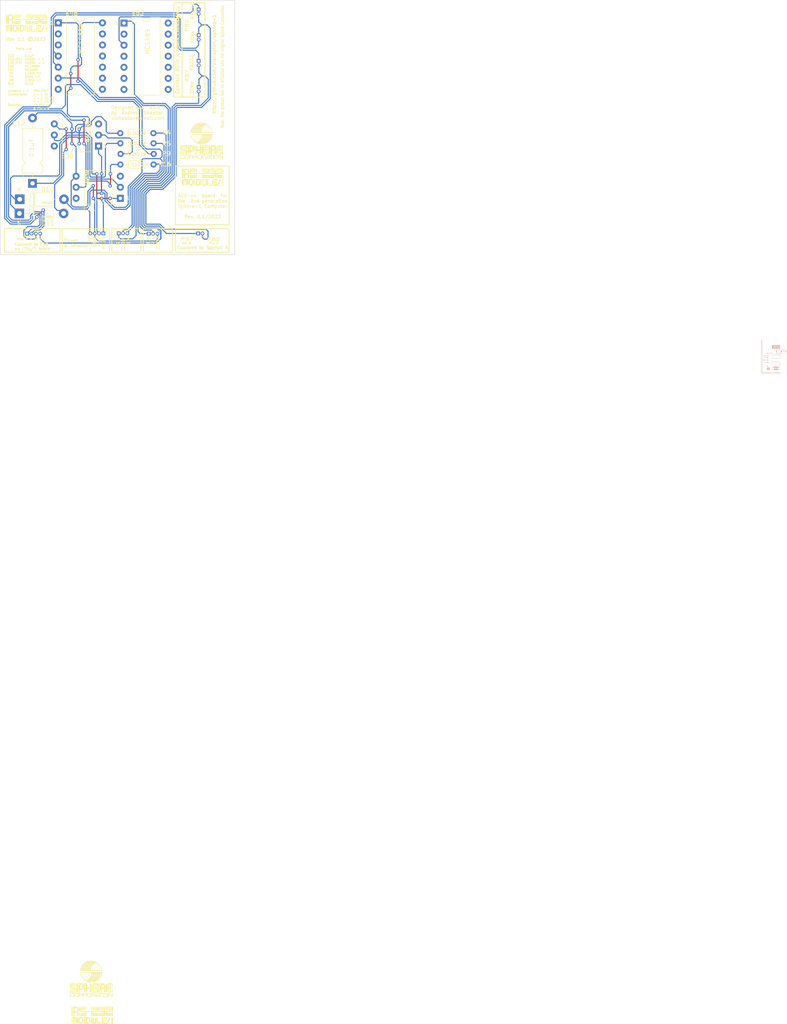
<source format=kicad_pcb>
(kicad_pcb (version 20221018) (generator pcbnew)
  (title_block (title "Project ORB: Sphere-1 RS-232 Module") (date "2023-05-23") (rev "0.1"))
  (layers (0 "F.Cu" signal) (31 "B.Cu" signal) (34 "B.Paste" user) (35 "F.Paste" user) (36 "B.SilkS" user "B.Silkscreen") (37 "F.SilkS" user "F.Silkscreen") (38 "B.Mask" user) (39 "F.Mask" user) (44 "Edge.Cuts" user))
  (net 0 "")
  (net 1 "Net-(D10-K)")
  (net 2 "Net-(D10-A)")
  (net 3 "Net-(D11-A)")
  (net 4 "Net-(E30-A)")
  (net 5 "Net-(E30-C-Pad2)")
  (net 7 "Net-(E31-A)")
  (net 9 "Net-(C12-Pad1)")
  (net 11 "Net-(E31-E)")
  (net 12 "Net-(J5-Pin_1)")
  (net 14 "Net-(J5-Pin_2)")
  (net 15 "Net-(J5-Pin_3)")
  (net 16 "Net-(J5-Pin_4)")
  (net 19 "Net-(E46-2A)")
  (net 20 "Net-(E46-2Y)")
  (net 22 "Net-(E46-3Y)")
  (net 28 "Net-(E52-1A)")
  (net 30 "Net-(E52-1Y)")
  (net 35 "Net-(E52-3Y)")
  (net 42 "Net-(J1-Pin_1)")
  (net 43 "Net-(J1-Pin_3)")
  (net 44 "Net-(J4-Pin_1)")
  (net 45 "Net-(J4-Pin_2)")
  (footprint "RS232:rs232-module-1-logo" (layer "F.Cu") (at 96.407207 265.692225)
    (fp_text reference "G***" hide)
    (fp_text value "LOGO" hide)
  )
  (footprint "Resistor_THT:R_Axial_DIN0204_L3.6mm_D1.6mm_P7.62mm_Horizontal" (layer "F.Cu") (at 102.87 63.21)
    (fp_text reference "R4")
    (fp_text value "1.1 kOhm  1W")
  )
  (footprint "Package_DIP:DIP-6_W10.16mm" (layer "F.Cu") (at 102.882793 78.157775 180)
    (fp_text reference "E31")
    (fp_text value "4N33N")
  )
  (footprint "Connector_PinHeader_1.00mm:PinHeader_1x03_P1.00mm_Vertical" (layer "F.Cu") (at 102.502793 86.187775 90)
    (fp_text reference "J1" hide)
    (fp_text value "Conn_01x03_Pin" hide)
  )
  (footprint "Resistor_THT:R_Axial_DIN0204_L3.6mm_D1.6mm_P7.62mm_Horizontal" (layer "F.Cu") (at 102.9 65.53)
    (fp_text reference "R5")
    (fp_text value "820 Ohm  1W")
  )
  (footprint "Connector_PinHeader_1.00mm:PinHeader_1x02_P1.00mm_Vertical" (layer "F.Cu") (at 120.882793 46.617775)
    (fp_text reference "TSC1" hide)
    (fp_text value "~" hide)
  )
  (footprint "Connector_PinHeader_1.00mm:PinHeader_1x04_P1.00mm_Vertical" (layer "F.Cu") (at 98.992793 86.217775 -90)
    (fp_text reference "J2" hide)
    (fp_text value "Conn_01x04_Pin")
  )
  (footprint "RS232:sphere-corp-board-logo" (layer "F.Cu") (at 96.2 257.32)
    (fp_text reference "G***" hide)
    (fp_text value "LOGO" hide)
  )
  (footprint "Connector_PinHeader_1.00mm:PinHeader_1x02_P1.00mm_Vertical" (layer "F.Cu") (at 120.762793 86.227775 90)
    (fp_text reference "J4" hide)
    (fp_text value "Conn_01x02_Pin" hide)
  )
  (footprint "Connector_PinHeader_1.00mm:PinHeader_1x02_P1.00mm_Vertical" (layer "F.Cu") (at 120.872793 34.807775)
    (fp_text reference "TSC3" hide)
    (fp_text value "~" hide)
  )
  (footprint "RS232:rs232-module-1-logo" (layer "F.Cu") (at 121.77 73.29)
    (fp_text reference "G***" hide)
    (fp_text value "LOGO" hide)
  )
  (footprint "Package_DIP:DIP-14_W10.16mm" (layer "F.Cu") (at 103.722793 37.917775)
    (fp_text reference "E52")
    (fp_text value "MC1489")
  )
  (footprint "Package_DIP:DIP-14_W10.16mm" (layer "F.Cu") (at 88.622793 37.877775)
    (fp_text reference "E46")
    (fp_text value "MC1488N")
  )
  (footprint "Diode_THT:D_DO-41_SOD81_P10.16mm_Horizontal" (layer "F.Cu") (at 79.702793 81.627775)
    (fp_text reference "D11")
    (fp_text value "1N4001")
  )
  (footprint "RS232:rs232-module-1-logo" (layer "F.Cu") (at 81.312793 37.927775)
    (fp_text reference "G***" hide)
    (fp_text value "LOGO" hide)
  )
  (footprint "Connector_PinHeader_1.00mm:PinHeader_1x03_P1.00mm_Vertical" (layer "F.Cu") (at 109.402793 86.267775 90)
    (fp_text reference "J3" hide)
    (fp_text value "Conn_01x03_Pin" hide)
  )
  (footprint "Capacitor_THT:CP_Axial_L10.0mm_D4.5mm_P15.00mm_Horizontal" (layer "F.Cu") (at 82.715293 74.727775 90)
    (fp_text reference "C12")
    (fp_text value "CK-104")
  )
  (footprint "Connector_PinHeader_1.00mm:PinHeader_1x04_P1.00mm_Vertical" (layer "F.Cu") (at 81.482793 86.257775 90)
    (fp_text reference "J5" hide)
    (fp_text value "Conn_01x04_Pin")
  )
  (footprint "Package_DIP:DIP-6_W10.16mm" (layer "F.Cu") (at 97.882793 66.157775 180)
    (fp_text reference "E30")
    (fp_text value "4N33N")
  )
  (footprint "Connector_PinHeader_1.00mm:PinHeader_1x02_P1.00mm_Vertical" (layer "F.Cu") (at 120.882793 52.617775)
    (fp_text reference "TSC4" hide)
    (fp_text value "~" hide)
  )
  (footprint "Connector_PinHeader_1.00mm:PinHeader_1x02_P1.00mm_Vertical" (layer "F.Cu") (at 120.882793 40.707775)
    (fp_text reference "TSC2" hide)
    (fp_text value "~" hide)
  )
  (footprint "RS232:sphere-corp-board-logo" (layer "F.Cu") (at 121.562793 64.917775)
    (fp_text reference "G***" hide)
    (fp_text value "LOGO" hide)
  )
  (footprint "Resistor_THT:R_Axial_DIN0204_L3.6mm_D1.6mm_P7.62mm_Horizontal" (layer "F.Cu") (at 102.902793 70.387775)
    (fp_text reference "R16")
    (fp_text value "512 Ohm  ¼W")
  )
  (footprint "Resistor_THT:R_Axial_DIN0204_L3.6mm_D1.6mm_P7.62mm_Horizontal" (layer "F.Cu") (at 102.942793 67.967775)
    (fp_text reference "R9")
    (fp_text value "2 kOhm  ¼W")
  )
  (footprint "Diode_THT:D_DO-41_SOD81_P10.16mm_Horizontal" (layer "F.Cu") (at 79.772793 78.367775)
    (fp_text reference "D10")
    (fp_text value "1N4001")
  )
  (footprint "RS232:e40-placement" (layer "B.Cu") (at 253.06 114.51 180)
    (fp_text reference "G***" hide)
    (fp_text value "LOGO" hide)
  )
  (gr_rect (start 115.592793 85.137775) (end 127.872793 90.517775) (stroke (width 0.2)) (fill none) (layer "F.SilkS"))
  (gr_rect (start 76.242793 85.117775) (end 89.032793 90.497775) (stroke (width 0.2)) (fill none) (layer "F.SilkS"))
  (gr_rect (start 117.062793 33.277775) (end 122.322793 54.897775) (stroke (width 0.2)) (fill none) (layer "F.SilkS"))
  (gr_rect (start 115.562793 70.727775) (end 127.892793 84.237775) (stroke (width 0.2)) (fill none) (layer "F.SilkS"))
  (gr_rect (start 108.142793 85.127775) (end 114.842793 90.507775) (stroke (width 0.2)) (fill none) (layer "F.SilkS"))
  (gr_rect (start 115.172793 33.267775) (end 122.322793 54.897775) (stroke (width 0.2)) (fill none) (layer "F.SilkS"))
  (gr_rect (start 89.512793 85.137775) (end 100.432793 90.517775) (stroke (width 0.2)) (fill none) (layer "F.SilkS"))
  (gr_rect (start 100.932793 85.117775) (end 107.632793 90.497775) (stroke (width 0.2)) (fill none) (layer "F.SilkS"))
  (gr_rect (start 75.292793 32.677775) (end 129.172793 91.077775) (stroke (width 0.1)) (fill none) (layer "Edge.Cuts"))
  (gr_text "+12V" (at 99.462793 90.137775 90) (layer "F.SilkS") (effects (font (size 0.75 0.75)) (justify left bottom)))
  (gr_text "Pin 2" (at 123.252793 88.787775) (layer "F.SilkS") (effects (font (size 0.5 0.5) (thickness 0.125) bold) (justify left bottom)))
  (gr_text "1.1KΩ 1W" (at 104.83 63.63) (layer "F.SilkS") (effects (font (size 0.75 0.5) (thickness 0.125)) (justify left bottom)))
  (gr_text "COM" (at 103.972793 90.287775 90) (layer "F.SilkS") (effects (font (size 0.75 1)) (justify left bottom)))
  (gr_text "IN4001" (at 84.75 82.73) (layer "F.SilkS") (effects (font (size 0.5 0.5) (thickness 0.125)) (justify left bottom)))
  (gr_text "1" (at 87.182793 37.847775) (layer "F.SilkS") (effects (font (size 0.75 1))))
  (gr_text "Pins:\n" (at 79.082793 87.837775) (layer "F.SilkS") (effects (font (size 0.5 0.5) (thickness 0.125) bold) (justify left bottom)))
  (gr_text "RX" (at 102.892793 89.117775 90) (layer "F.SilkS") (effects (font (size 0.75 1)) (justify left bottom)))
  (gr_text "Rev 0.1 ©2023" (at 76.572793 42.067775) (layer "F.SilkS") (effects (font (size 0.75 0.75)) (justify left bottom)))
  (gr_text "12" (at 82.962793 87.837775) (layer "F.SilkS") (effects (font (size 0.5 0.5) (thickness 0.125) bold) (justify left bottom)))
  (gr_text "820Ω 1W" (at 105.01 66) (layer "F.SilkS") (effects (font (size 0.75 0.5) (thickness 0.125)) (justify left bottom)))
  (gr_text "Connect BOTH jumpers consistently" (at 116.442793 54.327775 90) (layer "F.SilkS") (effects (font (size 0.75 0.75) (thickness 0.1875) bold) (justify left bottom)))
  (gr_text "13" (at 84.242793 87.827775) (layer "F.SilkS") (effects (font (size 0.5 0.5) (thickness 0.125) bold) (justify left bottom)))
  (gr_text "4N33N" (at 95.95 65.42 90) (layer "F.SilkS") (effects (font (size 1 1)) (justify left bottom)))
  (gr_text "1" (at 99.422793 66.147775) (layer "F.SilkS") (effects (font (size 0.75 1))))
  (gr_text "MC1488N" (at 94.432793 45.067775 90) (layer "F.SilkS") (effects (font (size 1 1)) (justify left bottom)))
  (gr_text "Note: This product has no afiliation with the original Sphere Corporation" (at 126.74 62.05 90) (layer "F.SilkS") (effects (font (size 0.75 0.5) (thickness 0.125) bold) (justify left bottom)))
  (gr_text "0.1µF" (at 83.112793 68.777775 90) (layer "F.SilkS") (effects (font (size 1 1)) (justify left bottom)))
  (gr_text "PB0" (at 118.192793 38.487775 90) (layer "F.SilkS") (effects (font (size 0.75 1))))
  (gr_text "-12V" (at 96.312793 90.177775 90) (layer "F.SilkS") (effects (font (size 0.75 0.75)) (justify left bottom)))
  (gr_text "TX" (at 109.762793 88.877775 90) (layer "F.SilkS") (effects (font (size 0.75 1)) (justify left bottom)))
  (gr_text "Pin 9" (at 116.972793 88.787775) (layer "F.SilkS") (effects (font (size 0.5 0.5) (thickness 0.125) bold) (justify left bottom)))
  (gr_text "Add-on  board  for\nthe  2nd generation\nSphere-1 Computer\n\nRev. 0.1/2023\n" (at 121.792793 79.962775) (layer "F.SilkS") (effects (font (size 0.75 0.75))))
  (gr_text "1" (at 104.602793 78.107775) (layer "F.SilkS") (effects (font (size 0.75 1))))
  (gr_text "IN4001" (at 84.82 79.47) (layer "F.SilkS") (effects (font (size 0.5 0.5) (thickness 0.125)) (justify left bottom)))
  (gr_text "MC1489" (at 109.712793 45.277775 90) (layer "F.SilkS") (effects (font (size 1 1)) (justify left bottom)))
  (gr_text "512Ω" (at 105.302793 70.847775) (layer "F.SilkS") (effects (font (size 0.75 0.75)) (justify left bottom)))
  (gr_text "Designed and  built \nby  Andrew  Shapton\nalshapton@gmail.com" (at 100.7 60.17) (layer "F.SilkS") (effects (font (size 0.75 0.75) (thickness 0.15) bold) (justify left bottom)))
  (gr_text "+5V" (at 98.432793 89.487775 90) (layer "F.SilkS") (effects (font (size 0.75 0.75)) (justify left bottom)))
  (gr_text "20Ma" (at 119.462793 41.177775 90) (layer "F.SilkS") (effects (font (size 0.75 0.75))))
  (gr_text "1" (at 102.112793 37.897775) (layer "F.SilkS") (effects (font (size 0.75 1))))
  (gr_text "PB7" (at 118.252793 50.037775 90) (layer "F.SilkS") (effects (font (size 0.75 1))))
  (gr_text "GND" (at 97.412793 89.427775 90) (layer "F.SilkS") (effects (font (size 0.75 0.75)) (justify left bottom)))
  (gr_text "PB0" (at 124.312793 87.587775) (layer "F.SilkS") (effects (font (size 0.75 1))))
  (gr_text "	Parts List\n\nC12		0.1µF\nD10/D11	IN4001 x 2\nE30/E31	4N33N  x 2\nE46		MC1488N\nE52		MC1489\n R4		1.1KΩ 1W\n R5		820Ω 1W\n R9		2.2KΩ 1W \nR16		512Ω\n\nJumpers x 2   PB0/PB7\nConnectors:	2 x 1 J4\n			3 x 2 J1/J3\n			4 x 2 J2/J5\nSockets:	14 Pin x 2\n			6 Pin x 2" (at 76.952793 57.787775) (layer "F.SilkS") (effects (font (size 0.5 0.5) (thickness 0.125) bold) (justify left bottom)))
  (gr_text "Power\n& Ground" (at 89.852793 89.447775) (layer "F.SilkS") (effects (font (size 0.75 0.75)) (justify left bottom)))
  (gr_text "6" (at 82.032793 87.827775) (layer "F.SilkS") (effects (font (size 0.5 0.5) (thickness 0.125) bold) (justify left bottom)))
  (gr_text "5\n" (at 81.032793 87.837775) (layer "F.SilkS") (effects (font (size 0.5 0.5) (thickness 0.125) bold) (justify left bottom)))
  (gr_text "2.2KΩ 1W " (at 104.902793 68.447775) (layer "F.SilkS") (effects (font (size 0.75 0.5) (thickness 0.125)) (justify left bottom)))
  (gr_text "http://github.com/alshapton/sphere-1" (at 124.87 58.83 90) (layer "F.SilkS") (effects (font (size 0.75 0.75) (thickness 0.1875) bold) (justify left bottom)))
  (gr_text "COM" (at 112.012793 90.207775 90) (layer "F.SilkS") (effects (font (size 0.75 1)) (justify left bottom)))
  (gr_text "TX" (at 105.202793 88.867775 90) (layer "F.SilkS") (effects (font (size 0.75 1)) (justify left bottom)))
  (gr_text "PB7" (at 118.202793 87.517775) (layer "F.SilkS") (effects (font (size 0.75 1))))
  (gr_text "Connect to Socket 5" (at 115.782793 89.957775) (layer "F.SilkS") (effects (font (size 0.75 0.75) (thickness 0.1875) bold) (justify left bottom)))
  (gr_text "RS232" (at 119.242793 47.067775 90) (layer "F.SilkS") (effects (font (size 0.75 0.75))))
  (gr_text "4N33N" (at 95.78 75.52 90) (layer "F.SilkS") (effects (font (size 0.75 0.75)) (justify left bottom)))
  (gr_text "Connect to E40 \non CPU/2 board\n" (at 78.512793 89.217775) (layer "F.SilkS") (effects (font (size 0.65 0.65) (thickness 0.1625) bold) (justify left)))
  (gr_text "RX" (at 110.882793 89.037775 90) (layer "F.SilkS") (effects (font (size 0.75 1)) (justify left bottom)))
  (gr_text "RS232" (at 119.472793 35.257775 90) (layer "F.SilkS") (effects (font (size 0.75 0.75))))
  (gr_text "20Ma" (at 119.352793 52.787775 90) (layer "F.SilkS") (effects (font (size 0.75 0.75))))
  (segment (start 102.88 65.55) (end 102.9 65.53) (width 0.25) (layer "B.Cu") (net 1))
  (segment (start 77.662793 79.587775) (end 77.662793 75.057775) (width 0.25) (layer "B.Cu") (net 1))
  (segment (start 88.964595 65.539577) (end 90.861397 63.642775) (width 0.25) (layer "B.Cu") (net 1))
  (segment (start 77.732793 79.657775) (end 79.702793 81.627775) (width 0.25) (layer "B.Cu") (net 1))
  (segment (start 88.964595 72.559577) (end 88.964595 65.539577) (width 0.25) (layer "B.Cu") (net 1))
  (segment (start 78.457793 78.112775) (end 77.662793 77.317775) (width 0.25) (layer "B.Cu") (net 1))
  (segment (start 99.87 65.55) (end 102.88 65.55) (width 0.25) (layer "B.Cu") (net 1))
  (segment (start 77.732793 79.657775) (end 77.662793 79.587775) (width 0.25) (layer "B.Cu") (net 1))
  (segment (start 78.712793 78.367775) (end 78.457793 78.112775) (width 0.25) (layer "B.Cu") (net 1))
  (segment (start 79.772793 78.367775) (end 78.712793 78.367775) (width 0.25) (layer "B.Cu") (net 1))
  (segment (start 95.892793 73.017775) (end 96.167793 73.292775) (width 0.25) (layer "B.Cu") (net 1))
  (segment (start 99.207793 73.292775) (end 99.452793 73.047775) (width 0.25) (layer "B.Cu") (net 1))
  (segment (start 99.452793 73.047775) (end 99.452793 65.967207) (width 0.25) (layer "B.Cu") (net 1))
  (segment (start 99.452793 65.967207) (end 99.87 65.55) (width 0.25) (layer "B.Cu") (net 1))
  (segment (start 95.892793 64.491379) (end 95.892793 73.017775) (width 0.25) (layer "B.Cu") (net 1))
  (segment (start 77.662793 77.317775) (end 77.662793 73.607775) (width 0.25) (layer "B.Cu") (net 1))
  (segment (start 88.484172 73.04) (end 88.964595 72.559577) (width 0.25) (layer "B.Cu") (net 1))
  (segment (start 96.167793 73.292775) (end 99.207793 73.292775) (width 0.25) (layer "B.Cu") (net 1))
  (segment (start 90.861397 63.642775) (end 95.044189 63.642775) (width 0.25) (layer "B.Cu") (net 1))
  (segment (start 77.662793 73.607775) (end 78.230568 73.04) (width 0.25) (layer "B.Cu") (net 1))
  (segment (start 78.457793 78.112775) (end 77.732793 77.387775) (width 0.25) (layer "B.Cu") (net 1))
  (segment (start 78.230568 73.04) (end 88.484172 73.04) (width 0.25) (layer "B.Cu") (net 1))
  (segment (start 95.044189 63.642775) (end 95.892793 64.491379) (width 0.25) (layer "B.Cu") (net 1))
  (segment (start 93.172793 46.357775) (end 93.172793 51.257775) (width 0.25) (layer "F.Cu") (net 2))
  (via (at 93.172793 46.357775) (size 0.8) (drill 0.4) (layers "F.Cu" "B.Cu") (net 2))
  (via (at 93.172793 51.257775) (size 0.8) (drill 0.4) (layers "F.Cu" "B.Cu") (net 2))
  (segment (start 107.880001 65.834983) (end 107.880001 57.287775) (width 0.25) (layer "B.Cu") (net 2))
  (segment (start 95.252793 80.617775) (end 91.946397 80.617775) (width 0.25) (layer "B.Cu") (net 2))
  (segment (start 95.872793 86.097775) (end 95.992793 86.217775) (width 0.25) (layer "B.Cu") (net 2))
  (segment (start 104.041397 80.232775) (end 101.504189 80.232775) (width 0.25) (layer "B.Cu") (net 2))
  (segment (start 103.862793 85.307775) (end 103.502793 85.667775) (width 0.25) (layer "B.Cu") (net 2))
  (segment (start 99.164189 76.272775) (end 96.313621 76.272775) (width 0.25) (layer "B.Cu") (net 2))
  (segment (start 108.495585 72.887775) (end 105.602793 75.780567) (width 0.25) (layer "B.Cu") (net 2))
  (segment (start 97.889595 55.460973) (end 93.686397 51.257775) (width 0.25) (layer "B.Cu") (net 2))
  (segment (start 108.132793 69.047775) (end 107.852793 69.327775) (width 0.25) (layer "B.Cu") (net 2))
  (segment (start 112.472793 68.587775) (end 112.012793 69.047775) (width 0.25) (layer "B.Cu") (net 2))
  (segment (start 111.922793 66.867775) (end 108.912793 66.867775) (width 0.25) (layer "B.Cu") (net 2))
  (segment (start 104.702793 75.407775) (end 104.702793 79.571379) (width 0.25) (layer "B.Cu") (net 2))
  (segment (start 89.932793 78.604171) (end 89.932793 78.367775) (width 0.25) (layer "B.Cu") (net 2))
  (segment (start 92.762793 37.867775) (end 93.232793 38.337775) (width 0.25) (layer "B.Cu") (net 2))
  (segment (start 104.546397 85.307775) (end 103.862793 85.307775) (width 0.25) (layer "B.Cu") (net 2))
  (segment (start 99.812793 78.541379) (end 99.812793 76.921379) (width 0.25) (layer "B.Cu") (net 2))
  (segment (start 105.602793 75.780567) (end 105.602793 84.251379) (width 0.25) (layer "B.Cu") (net 2))
  (segment (start 95.252793 80.617775) (end 95.872793 81.237775) (width 0.25) (layer "B.Cu") (net 2))
  (segment (start 93.232793 45.242775) (end 93.232793 46.232775) (width 0.25) (layer "B.Cu") (net 2))
  (segment (start 91.946397 80.617775) (end 89.932793 78.604171) (width 0.25) (layer "B.Cu") (net 2))
  (segment (start 93.232793 38.337775) (end 93.232793 45.257775) (width 0.25) (layer "B.Cu") (net 2))
  (segment (start 99.812793 76.921379) (end 99.164189 76.272775) (width 0.25) (layer "B.Cu") (net 2))
  (segment (start 111.402793 72.887775) (end 108.495585 72.887775) (width 0.25) (layer "B.Cu") (net 2))
  (segment (start 112.472793 67.417775) (end 111.922793 66.867775) (width 0.25) (layer "B.Cu") (net 2))
  (segment (start 88.632793 37.867775) (end 92.762793 37.867775) (width 0.25) (layer "B.Cu") (net 2))
  (segment (start 112.012793 69.047775) (end 108.132793 69.047775) (width 0.25) (layer "B.Cu") (net 2))
  (segment (start 95.872793 81.237775) (end 95.872793 86.097775) (width 0.25) (layer "B.Cu") (net 2))
  (segment (start 101.504189 80.232775) (end 100.605991 79.334577) (width 0.25) (layer "B.Cu") (net 2))
  (segment (start 95.892793 76.693603) (end 95.892793 79.977775) (width 0.25) (layer "B.Cu") (net 2))
  (segment (start 93.686397 51.257775) (end 93.172793 51.257775) (width 0.25) (layer "B.Cu") (net 2))
  (segment (start 112.472793 69.507775) (end 112.472793 71.817775) (width 0.25) (layer "B.Cu") (net 2))
  (segment (start 112.472793 71.817775) (end 111.402793 72.887775) (width 0.25) (layer "B.Cu") (net 2))
  (segment (start 107.852793 72.257775) (end 104.702793 75.407775) (width 0.25) (layer "B.Cu") (net 2))
  (segment (start 100.605991 79.334577) (end 99.812793 78.541379) (width 0.25) (layer "B.Cu") (net 2))
  (segment (start 112.472793 68.587775) (end 112.472793 67.417775) (width 0.25) (layer "B.Cu") (net 2))
  (segment (start 112.012793 69.047775) (end 112.472793 69.507775) (width 0.25) (layer "B.Cu") (net 2))
  (segment (start 108.912793 66.867775) (end 107.880001 65.834983) (width 0.25) (layer "B.Cu") (net 2))
  (segment (start 103.502793 85.667775) (end 103.502793 86.187775) (width 0.25) (layer "B.Cu") (net 2))
  (segment (start 104.702793 79.571379) (end 104.041397 80.232775) (width 0.25) (layer "B.Cu") (net 2))
  (segment (start 96.313621 76.272775) (end 95.892793 76.693603) (width 0.25) (layer "B.Cu") (net 2))
  (segment (start 106.053199 55.460973) (end 97.889595 55.460973) (width 0.25) (layer "B.Cu") (net 2))
  (segment (start 105.602793 84.251379) (end 104.546397 85.307775) (width 0.25) (layer "B.Cu") (net 2))
  (segment (start 107.880001 57.287775) (end 106.053199 55.460973) (width 0.25) (layer "B.Cu") (net 2))
  (segment (start 100.605991 79.334577) (end 101.459189 80.187775) (width 0.25) (layer "B.Cu") (net 2))
  (segment (start 95.892793 79.977775) (end 95.252793 80.617775) (width 0.25) (layer "B.Cu") (net 2))
  (segment (start 107.852793 69.327775) (end 107.852793 72.257775) (width 0.25) (layer "B.Cu") (net 2))
  (segment (start 90.452793 62.257775) (end 90.452793 66.877775) (width 0.25) (layer "F.Cu") (net 3))
  (segment (start 90.452793 66.877775) (end 90.472793 66.897775) (width 0.25) (layer "F.Cu") (net 3))
  (via (at 90.452793 62.257775) (size 0.8) (drill 0.4) (layers "F.Cu" "B.Cu") (net 3))
  (via (at 90.472793 66.897775) (size 0.8) (drill 0.4) (layers "F.Cu" "B.Cu") (net 3))
  (segment (start 89.864595 72.932369) (end 88.123482 74.673482) (width 0.25) (layer "B.Cu") (net 3))
  (segment (start 88.912793 62.267775) (end 90.442793 62.267775) (width 0.25) (layer "B.Cu") (net 3))
  (segment (start 87.802793 74.994171) (end 88.123482 74.673482) (width 0.25) (layer "B.Cu") (net 3))
  (segment (start 90.472793 66.897775) (end 89.864595 67.505973) (width 0.25) (layer "B.Cu") (net 3))
  (segment (start 89.864595 67.505973) (end 89.864595 72.932369) (width 0.25) (layer "B.Cu") (net 3))
  (segment (start 89.192793 80.957775) (end 88.442793 80.957775) (width 0.25) (layer "B.Cu") (net 3))
  (segment (start 89.862793 81.627775) (end 89.192793 80.957775) (width 0.25) (layer "B.Cu") (net 3))
  (segment (start 88.912793 62.267775) (end 87.722793 61.077775) (width 0.25) (layer "B.Cu") (net 3))
  (segment (start 90.442793 62.267775) (end 90.452793 62.257775) (width 0.25) (layer "B.Cu") (net 3))
  (segment (start 87.802793 80.317775) (end 87.802793 74.994171) (width 0.25) (layer "B.Cu") (net 3))
  (segment (start 88.442793 80.957775) (end 87.802793 80.317775) (width 0.25) (layer "B.Cu") (net 3))
  (segment (start 98.552793 76.877775) (end 98.632793 76.957775) (width 0.25) (layer "F.Cu") (net 4))
  (segment (start 98.582793 72.537775) (end 98.552793 72.567775) (width 0.25) (layer "F.Cu") (net 4))
  (segment (start 98.552793 72.567775) (end 98.552793 76.877775) (width 0.25) (layer "F.Cu") (net 4))
  (via (at 98.582793 72.537775) (size 0.8) (drill 0.4) (layers "F.Cu" "B.Cu") (net 4))
  (via (at 98.592793 76.997775) (size 0.8) (drill 0.4) (layers "F.Cu" "B.Cu") (net 4))
  (segment (start 101.317793 80.682775) (end 99.362793 78.727775) (width 0.25) (layer "B.Cu") (net 4))
  (segment (start 111.216397 72.437775) (end 108.309189 72.437775) (width 0.25) (layer "B.Cu") (net 4))
  (segment (start 110.612793 70.297775) (end 111.792793 70.297775) (width 0.25) (layer "B.Cu") (net 4))
  (segment (start 97.882793 67.877775) (end 97.882793 66.157775) (width 0.25) (layer "B.Cu") (net 4))
  (segment (start 99.362793 77.107775) (end 99.212793 76.957775) (width 0.25) (layer "B.Cu") (net 4))
  (segment (start 97.992793 86.157114) (end 97.992793 86.217775) (width 0.25) (layer "B.Cu") (net 4))
  (segment (start 105.152793 79.757775) (end 104.227793 80.682775) (width 0.25) (layer "B.Cu") (net 4))
  (segment (start 105.152793 75.594171) (end 105.152793 79.757775) (width 0.25) (layer "B.Cu") (net 4))
  (segment (start 99.362793 78.727775) (end 99.362793 77.107775) (width 0.25) (layer "B.Cu") (net 4))
  (segment (start 112.022793 70.527775) (end 112.022793 71.631379) (width 0.25) (layer "B.Cu") (net 4))
  (segment (start 110.882793 70.297775) (end 110.512793 70.667775) (width 0.25) (layer "B.Cu") (net 4))
  (segment (start 112.022793 71.631379) (end 111.216397 72.437775) (width 0.25) (layer "B.Cu") (net 4))
  (segment (start 108.309189 72.437775) (end 105.152793 75.594171) (width 0.25) (layer "B.Cu") (net 4))
  (segment (start 111.792793 70.297775) (end 112.022793 70.527775) (width 0.25) (layer "B.Cu") (net 4))
  (segment (start 98.582793 68.577775) (end 97.882793 67.877775) (width 0.25) (layer "B.Cu") (net 4))
  (segment (start 98.582793 72.537775) (end 98.582793 68.577775) (width 0.25) (layer "B.Cu") (net 4))
  (segment (start 99.212793 76.957775) (end 97.702225 76.957775) (width 0.25) (layer "B.Cu") (net 4))
  (segment (start 97.49 77.17) (end 97.49 85.654321) (width 0.25) (layer "B.Cu") (net 4))
  (segment (start 97.702225 76.957775) (end 97.49 77.17) (width 0.25) (layer "B.Cu") (net 4))
  (segment (start 97.49 85.654321) (end 97.992793 86.157114) (width 0.25) (layer "B.Cu") (net 4))
  (segment (start 104.227793 80.682775) (end 101.317793 80.682775) (width 0.25) (layer "B.Cu") (net 4))
  (segment (start 110.522793 70.387775) (end 110.612793 70.297775) (width 0.25) (layer "B.Cu") (net 4))
  (segment (start 97.882793 63.617775) (end 97.912793 63.587775) (width 0.25) (layer "B.Cu") (net 5))
  (segment (start 100.03 64.3) (end 99.35 63.62) (width 0.25) (layer "B.Cu") (net 5))
  (segment (start 102.972793 67.937775) (end 105.172793 67.937775) (width 0.25) (layer "B.Cu") (net 5))
  (segment (start 102.942793 67.967775) (end 102.972793 67.937775) (width 0.25) (layer "B.Cu") (net 5))
  (segment (start 105.632793 67.477775) (end 105.632793 64.892793) (width 0.25) (layer "B.Cu") (net 5))
  (segment (start 105.632793 64.892793) (end 105.04 64.3) (width 0.25) (layer "B.Cu") (net 5))
  (segment (start 99.35 63.62) (end 97.885018 63.62) (width 0.25) (layer "B.Cu") (net 5))
  (segment (start 105.172793 67.937775) (end 105.632793 67.477775) (width 0.25) (layer "B.Cu") (net 5))
  (segment (start 105.04 64.3) (end 100.03 64.3) (width 0.25) (layer "B.Cu") (net 5))
  (segment (start 97.885018 63.62) (end 97.882793 63.617775) (width 0.25) (layer "B.Cu") (net 5))
  (segment (start 91.502793 52.867775) (end 91.502793 49.517775) (width 0.25) (layer "F.Cu") (net 7))
  (segment (start 97.692793 78.187775) (end 98.602793 78.187775) (width 0.25) (layer "F.Cu") (net 7))
  (segment (start 98.612793 78.177775) (end 98.602793 78.187775) (width 0.25) (layer "F.Cu") (net 7))
  (segment (start 100.537293 78.177775) (end 98.612793 78.177775) (width 0.25) (layer "F.Cu") (net 7))
  (segment (start 97.472793 77.967775) (end 97.692793 78.187775) (width 0.25) (layer "F.Cu") (net 7))
  (segment (start 97.472793 72.567775) (end 97.472793 77.967775) (width 0.25) (layer "F.Cu") (net 7))
  (via (at 98.602793 78.187775) (size 0.8) (drill 0.4) (layers "F.Cu" "B.Cu") (net 7))
  (via (at 100.537293 78.177775) (size 0.8) (drill 0.4) (layers "F.Cu" "B.Cu") (net 7))
  (via (at 91.502793 52.867775) (size 0.8) (drill 0.4) (layers "F.Cu" "B.Cu") (net 7))
  (via (at 97.472793 72.567775) (size 0.8) (drill 0.4) (layers "F.Cu" "B.Cu") (net 7))
  (via (at 91.502793 49.517775) (size 0.8) (drill 0.4) (layers "F.Cu" "B.Cu") (net 7))
  (segment (start 95.622793 61.187775) (end 95.762793 61.047775) (width 0.25) (layer "B.Cu") (net 7))
  (segment (start 98.992793 86.217775) (end 98.992793 79.207775) (width 0.25) (layer "B.Cu") (net 7))
  (segment (start 91.492793 49.507775) (end 91.502793 49.517775) (width 0.25) (layer "B.Cu") (net 7))
  (segment (start 93.682793 38.547775) (end 93.682793 45.657775) (width 0.25) (layer "B.Cu") (net 7))
  (segment (start 88.950001 64.917775) (end 90.780001 63.087775) (width 0.25) (layer "B.Cu") (net 7))
  (segment (start 98.992793 79.207775) (end 98.602793 78.817775) (width 0.25) (layer "B.Cu") (net 7))
  (segment (start 87.722793 64.677775) (end 87.722793 63.617775) (width 0.25) (layer "B.Cu") (net 7))
  (segment (start 93.147488 61.187775) (end 95.622793 61.187775) (width 0.25) (layer "B.Cu") (net 7))
  (segment (start 92.252793 63.087775) (end 92.602793 62.737775) (width 0.25) (layer "B.Cu") (net 7))
  (segment (start 100.537293 78.177775) (end 102.862793 78.177775) (width 0.25) (layer "B.Cu") (net 7))
  (segment (start 95.762793 61.047775) (end 95.762793 59.807775) (width 0.25) (layer "B.Cu") (net 7))
  (segment (start 96.512793 72.567775) (end 96.342793 72.397775) (width 0.25) (layer "B.Cu") (net 7))
  (segment (start 92.952793 63.087775) (end 92.602793 62.737775) (width 0.25) (layer "B.Cu") (net 7))
  (segment (start 93.972793 47.367775) (end 93.572793 47.767775) (width 0.25) (layer "B.Cu") (net 7))
  (segment (start 92.602793 61.73247) (end 93.147488 61.187775) (width 0.25) (layer "B.Cu") (net 7))
  (segment (start 92.152793 63.087775) (end 91.932793 63.087775) (width 0.25) (layer "B.Cu") (net 7))
  (segment (start 93.682793 45.657775) (end 93.972793 45.947775) (width 0.25) (layer "B.Cu") (net 7))
  (segment (start 87.962793 64.917775) (end 87.722793 64.677775) (width 0.25) (layer "B.Cu") (net 7))
  (segment (start 90.722793 58.721379) (end 90.722793 53.647775) (width 0.25) (layer "B.Cu") (net 7))
  (segment (start 96.342793 64.304983) (end 95.125585 63.087775) (width 0.25) (layer "B.Cu") (net 7))
  (segment (start 95.762793 59.807775) (end 95.352793 59.397775) (width 0.25) (layer "B.Cu") (net 7))
  (segment (start 91.399189 59.397775) (end 90.722793 58.721379) (width 0.25) (layer "B.Cu") (net 7))
  (segment (start 92.152793 63.087775) (end 92.252793 63.087775) (width 0.25) (layer "B.Cu") (net 7))
  (segment (start 95.352793 59.397775) (end 91.399189 59.397775) (width 0.25) (layer "B.Cu") (net 7))
  (segment (start 93.572793 47.767775) (end 92.072793 47.767775) (width 0.25) (layer "B.Cu") (net 7))
  (segment (start 94.422793 37.807775) (end 93.682793 38.547775) (width 0.25) (layer "B.Cu") (net 7))
  (segment (start 88.950001 64.917775) (end 87.962793 64.917775) (width 0.25) (layer "B.Cu") (net 7))
  (segment (start 95.125585 63.087775) (end 92.952793 63.087775) (width 0.25) (layer "B.Cu") (net 7))
  (segment (start 98.602793 78.817775) (end 98.602793 78.187775) (width 0.25) (layer "B.Cu") (net 7))
  (segment (start 90.780001 63.087775) (end 90.862793 63.087775) (width 0.25) (layer "B.Cu") (net 7))
  (segment (start 97.472793 72.567775) (end 96.512793 72.567775) (width 0.25) (layer "B.Cu") (net 7))
  (segment (start 96.342793 72.397775) (end 96.342793 64.304983) (width 0.25) (layer "B.Cu") (net 7))
  (segment (start 91.932793 63.087775) (end 90.862793 63.087775) (width 0.25) (layer "B.Cu") (net 7))
  (segment (start 90.722793 53.647775) (end 91.502793 52.867775) (width 0.25) (layer "B.Cu") (net 7))
  (segment (start 92.602793 62.737775) (end 92.602793 61.73247) (width 0.25) (layer "B.Cu") (net 7))
  (segment (start 91.492793 48.347775) (end 91.492793 49.507775) (width 0.25) (layer "B.Cu") (net 7))
  (segment (start 92.072793 47.767775) (end 91.492793 48.347775) (width 0.25) (layer "B.Cu") (net 7))
  (segment (start 102.862793 78.177775) (end 102.882793 78.157775) (width 0.25) (layer "B.Cu") (net 7))
  (segment (start 98.792793 37.807775) (end 94.422793 37.807775) (width 0.25) (layer "B.Cu") (net 7))
  (segment (start 93.972793 45.947775) (end 93.972793 47.367775) (width 0.25) (layer "B.Cu") (net 7))
  (segment (start 93.442793 65.597207) (end 93.44 65.6) (width 0.25) (layer "F.Cu") (net 9))
  (segment (start 93.442793 62.307775) (end 93.442793 65.597207) (width 0.25) (layer "F.Cu") (net 9))
  (via (at 93.44 65.6) (size 0.8) (drill 0.4) (layers "F.Cu" "B.Cu") (net 9))
  (via (at 93.472793 62.297775) (size 0.8) (drill 0.4) (layers "F.Cu" "B.Cu") (net 9))
  (segment (start 100.08 63.23) (end 102.85 63.23) (width 0.25) (layer "B.Cu") (net 9))
  (segment (start 94.112793 61.637775) (end 95.809189 61.637775) (width 0.25) (layer "B.Cu") (net 9))
  (segment (start 93.002775 64.092775) (end 93.45 64.54) (width 0.25) (layer "B.Cu") (net 9))
  (segment (start 91.047793 64.092775) (end 89.414595 65.725973) (width 0.25) (layer "B.Cu") (net 9))
  (segment (start 93.897225 64.092775) (end 93.45 64.54) (width 0.25) (layer "B.Cu") (net 9))
  (segment (start 93.45 65.59) (end 93.44 65.6) (width 0.25) (layer "B.Cu") (net 9))
  (segment (start 94.857793 64.092775) (end 93.897225 64.092775) (width 0.25) (layer "B.Cu") (net 9))
  (segment (start 96.212793 61.234171) (end 96.212793 60.564171) (width 0.25) (layer "B.Cu") (net 9))
  (segment (start 89.414595 65.725973) (end 89.414595 72.745973) (width 0.25) (layer "B.Cu") (net 9))
  (segment (start 95.442793 64.677775) (end 94.857793 64.092775) (width 0.25) (layer "B.Cu") (net 9))
  (segment (start 102.85 63.23) (end 102.87 63.21) (width 0.25) (layer "B.Cu") (net 9))
  (segment (start 87.452793 74.707775) (end 82.735293 74.707775) (width 0.25) (layer "B.Cu") (net 9))
  (segment (start 97.382793 59.394171) (end 98.444171 59.394171) (width 0.25) (layer "B.Cu") (net 9))
  (segment (start 98.444171 59.394171) (end 99.65 60.6) (width 0.25) (layer "B.Cu") (net 9))
  (segment (start 95.809189 61.637775) (end 96.212793 61.234171) (width 0.25) (layer "B.Cu") (net 9))
  (segment (start 101.007793 73.742775) (end 95.707793 73.742775) (width 0.25) (layer "B.Cu") (net 9))
  (segment (start 95.442793 71.89247) (end 95.442793 64.677775) (width 0.25) (layer "B.Cu") (net 9))
  (segment (start 82.735293 74.707775) (end 82.715293 74.727775) (width 0.25) (layer "B.Cu") (net 9))
  (segment (start 96.212793 60.564171) (end 97.382793 59.394171) (width 0.25) (layer "B.Cu") (net 9))
  (segment (start 99.65 60.6) (end 99.65 62.8) (width 0.25) (layer "B.Cu") (net 9))
  (segment (start 95.442793 73.477775) (end 95.442793 71.467775) (width 0.25) (layer "B.Cu") (net 9))
  (segment (start 89.414595 72.745973) (end 87.452793 74.707775) (width 0.25) (layer "B.Cu") (net 9))
  (segment (start 99.65 62.8) (end 100.08 63.23) (width 0.25) (layer "B.Cu") (net 9))
  (segment (start 93.512793 62.237775) (end 94.112793 61.637775) (width 0.25) (layer "B.Cu") (net 9))
  (segment (start 95.707793 73.742775) (end 95.442793 73.477775) (width 0.25) (layer "B.Cu") (net 9))
  (segment (start 102.882793 75.617775) (end 101.007793 73.742775) (width 0.25) (layer "B.Cu") (net 9))
  (segment (start 92.312793 64.092775) (end 93.002775 64.092775) (width 0.25) (layer "B.Cu") (net 9))
  (segment (start 93.45 64.54) (end 93.45 65.59) (width 0.25) (layer "B.Cu") (net 9))
  (segment (start 92.417793 64.092775) (end 91.047793 64.092775) (width 0.25) (layer "B.Cu") (net 9))
  (segment (start 96.692793 75.607775) (end 96.692793 78.157775) (width 0.25) (layer "F.Cu") (net 11))
  (segment (start 91.762793 62.247775) (end 91.762793 65.397775) (width 0.25) (layer "F.Cu") (net 11))
  (segment (start 91.762793 65.397775) (end 91.872793 65.507775) (width 0.25) (layer "F.Cu") (net 11))
  (via (at 91.762793 62.247775) (size 0.8) (drill 0.4) (layers "F.Cu" "B.Cu") (net 11))
  (via (at 96.68 75.27) (size 0.8) (drill 0.4) (layers "F.Cu" "B.Cu") (net 11))
  (via (at 96.692793 78.157775) (size 0.8) (drill 0.4) (layers "F.Cu" "B.Cu") (net 11))
  (via (at 91.76 65.6) (size 0.8) (drill 0.4) (layers "F.Cu" "B.Cu") (net 11))
  (segment (start 95.066397 80.167775) (end 95.442793 79.791379) (width 0.25) (layer "B.Cu") (net 11))
  (segment (start 91.597793 74.202775) (end 92.722793 73.077775) (width 0.25) (layer "B.Cu") (net 11))
  (segment (start 93.612793 80.167775) (end 92.132793 80.167775) (width 0.25) (layer "B.Cu") (net 11))
  (segment (start 96.992793 78.457775) (end 96.692793 78.157775) (width 0.25) (layer "B.Cu") (net 11))
  (segment (start 92.722793 73.077775) (end 92.722793 66.357775) (width 0.25) (layer "B.Cu") (net 11))
  (segment (start 96.992793 86.217775) (end 96.992793 78.457775) (width 0.25) (layer "B.Cu") (net 11))
  (segment (start 89.246397 58.517775) (end 88.212793 58.517775) (width 0.25) (layer "B.Cu") (net 11))
  (segment (start 110.992793 87.977775) (end 111.442793 87.527775) (width 0.25) (layer "B.Cu") (net 11))
  (segment (start 92.562793 80.167775) (end 95.066397 80.167775) (width 0.25) (layer "B.Cu") (net 11))
  (segment (start 111.442793 86.307775) (end 111.402793 86.267775) (width 0.25) (layer "B.Cu") (net 11))
  (segment (start 95.442793 79.791379) (end 95.442793 76.507207) (width 0.25) (layer "B.Cu") (net 11))
  (segment (start 92.132793 80.167775) (end 91.597793 79.632775) (width 0.25) (layer "B.Cu") (net 11))
  (segment (start 95.442793 76.507207) (end 96.68 75.27) (width 0.25) (layer "B.Cu") (net 11))
  (segment (start 91.762793 62.247775) (end 91.762793 61.034171) (width 0.25) (layer "B.Cu") (net 11))
  (segment (start 97.032793 87.017775) (end 96.992793 86.977775) (width 0.25) (layer "B.Cu") (net 11))
  (segment (start 91.597793 79.632775) (end 91.597793 74.202775) (width 0.25) (layer "B.Cu") (net 11))
  (segment (start 96.992793 86.977775) (end 96.992793 86.217775) (width 0.25) (layer "B.Cu") (net 11))
  (segment (start 88.306397 58.517775) (end 83.925293 58.517775) (width 0.25) (layer "B.Cu") (net 11))
  (segment (start 97.862793 87.977775) (end 110.992793 87.977775) (width 0.25) (layer "B.Cu") (net 11))
  (segment (start 97.002793 87.047775) (end 97.032793 87.017775) (width 0.25) (layer "B.Cu") (net 11))
  (segment (start 83.925293 58.517775) (end 82.715293 59.727775) (width 0.25) (layer "B.Cu") (net 11))
  (segment (start 111.442793 87.527775) (end 111.442793 86.307775) (width 0.25) (layer "B.Cu") (net 11))
  (segment (start 96.992793 86.977775) (end 96.992793 87.107775) (width 0.25) (layer "B.Cu") (net 11))
  (segment (start 96.992793 87.107775) (end 97.862793 87.977775) (width 0.25) (layer "B.Cu") (net 11))
  (segment (start 92.722793 66.357775) (end 91.872793 65.507775) (width 0.25) (layer "B.Cu") (net 11))
  (segment (start 91.762793 61.034171) (end 89.246397 58.517775) (width 0.25) (layer "B.Cu") (net 11))
  (segment (start 100.602793 75.237207) (end 100.55 75.29) (width 0.25) (layer "F.Cu") (net 12))
  (segment (start 94.532793 65.572793) (end 94.56 65.6) (width 0.25) (layer "F.Cu") (net 12))
  (segment (start 100.602793 72.557775) (end 100.602793 75.237207) (width 0.25) (layer "F.Cu") (net 12))
  (segment (start 94.532793 60.217775) (end 94.532793 65.572793) (width 0.25) (layer "F.Cu") (net 12))
  (via (at 100.602793 72.557775) (size 0.8) (drill 0.4) (layers "F.Cu" "B.Cu") (net 12))
  (via (at 94.53 60.2) (size 0.8) (drill 0.4) (layers "F.Cu" "B.Cu") (net 12))
  (via (at 94.56 65.6) (size 0.8) (drill 0.4) (layers "F.Cu" "B.Cu") (net 12))
  (via (at 100.55 75.29) (size 0.8) (drill 0.4) (layers "F.Cu" "B.Cu") (net 12))
  (segment (start 94.992793 66.24) (end 94.992793 74.537775) (width 0.25) (layer "B.Cu") (net 12))
  (segment (start 81.482793 86.257775) (end 81.482793 86.197114) (width 0.25) (layer "B.Cu") (net 12))
  (segment (start 82.412463 85.267445) (end 82.622132 85.057775) (width 0.25) (layer "B.Cu") (net 12))
  (segment (start 94.532793 60.217775) (end 91.582793 60.217775) (width 0.25) (layer "B.Cu") (net 12))
  (segment (start 99.982793 74.357775) (end 99.997775 74.357775) (width 0.25) (layer "B.Cu") (net 12))
  (segment (start 78.032793 83.177775) (end 81.862793 83.177775) (width 0.25) (layer "B.Cu") (net 12))
  (segment (start 100.55 74.91) (end 100.55 75.29) (width 0.25) (layer "B.Cu") (net 12))
  (segment (start 94.992793 75.327775) (end 94.702793 75.617775) (width 0.25) (layer "B.Cu") (net 12))
  (segment (start 84.877793 84.329171) (end 84.149189 85.057775) (width 0.25) (layer "B.Cu") (net 12))
  (segment (start 100.602793 72.557775) (end 100.602793 70.697775) (width 0.25) (layer "B.Cu") (net 12))
  (segment (start 80.859189 58.067775) (end 77.212793 61.714171) (width 0.25) (layer "B.Cu") (net 12))
  (segment (start 82.622133 85.057775) (end 82.412463 85.267445) (width 0.25) (layer "B.Cu") (net 12))
  (segment (start 94.992793 66.032793) (end 94.56 65.6) (width 0.25) (layer "B.Cu") (net 12))
  (segment (start 99.817793 74.192775) (end 99.982793 74.357775) (width 0.25) (layer "B.Cu") (net 12))
  (segment (start 94.992793 74.537775) (end 95.337793 74.192775) (width 0.25) (layer "B.Cu") (net 12))
  (segment (start 77.212793 82.357775) (end 78.032793 83.177775) (width 0.25) (layer "B.Cu") (net 12))
  (segment (start 102.892793 70.377775) (end 102.902793 70.387775) (width 0.25) (layer "B.Cu") (net 12))
  (segment (start 82.282793 82.087775) (end 83.107793 81.262775) (width 0.25) (layer "B.Cu") (net 12))
  (segment (start 94.992793 66.24) (end 94.992793 66.032793) (width 0.25) (layer "B.Cu") (net 12))
  (segment (start 81.482793 86.197114) (end 82.412463 85.267445) (width 0.25) (layer "B.Cu") (net 12))
  (segment (start 77.212793 61.714171) (end 77.212793 82.357775) (width 0.25) (layer "B.Cu") (net 12))
  (segment (start 81.862793 83.177775) (end 82.282793 82.757775) (width 0.25) (layer "B.Cu") (net 12))
  (segment (start 84.417793 81.262775) (end 84.877793 81.722775) (width 0.25) (layer "B.Cu") (net 12))
  (segment (start 100.922793 70.377775) (end 102.892793 70.377775) (width 0.25) (layer "B.Cu") (net 12))
  (segment (start 91.582793 60.217775) (end 89.432793 58.067775) (width 0.25) (layer "B.Cu") (net 12))
  (segment (start 82.282793 82.757775) (end 82.282793 82.087775) (width 0.25) (layer "B.Cu") (net 12))
  (segment (start 84.149189 85.057775) (end 82.622133 85.057775) (width 0.25) (layer "B.Cu") (net 12))
  (segment (start 83.107793 81.262775) (end 84.417793 81.262775) (width 0.25) (layer "B.Cu") (net 12))
  (segment (start 84.877793 81.722775) (end 84.877793 84.329171) (width 0.25) (layer "B.Cu") (net 12))
  (segment (start 94.992793 74.537775) (end 94.992793 75.327775) (width 0.25) (layer "B.Cu") (net 12))
  (segment (start 89.432793 58.067775) (end 80.859189 58.067775) (width 0.25) (layer "B.Cu") (net 12))
  (segment (start 99.997775 74.357775) (end 100.55 74.91) (width 0.25) (layer "B.Cu") (net 12))
  (segment (start 92.722793 75.617775) (end 94.702793 75.617775) (width 0.25) (layer "B.Cu") (net 12))
  (segment (start 95.337793 74.192775) (end 99.817793 74.192775) (width 0.25) (layer "B.Cu") (net 12))
  (segment (start 94.992793 65.967775) (end 94.992793 66.24) (width 0.25) (layer "B.Cu") (net 12))
  (segment (start 100.602793 70.697775) (end 100.922793 70.377775) (width 0.25) (layer "B.Cu") (net 12))
  (segment (start 85.112793 80.927775) (end 83.662793 82.377775) (width 0.25) (layer "F.Cu") (net 14))
  (via (at 83.702793 82.437775) (size 0.8) (drill 0.4) (layers "F.Cu" "B.Cu") (net 14))
  (via (at 85.18 80.88) (size 0.8) (drill 0.4) (layers "F.Cu" "B.Cu") (net 14))
  (segment (start 119.612793 33.937775) (end 119.932793 33.617775) (width 0.25) (layer "B.Cu") (net 14))
  (segment (start 85.327793 81.142775) (end 85.112793 80.927775) (width 0.25) (layer "B.Cu") (net 14))
  (segment (start 85.327793 84.515567) (end 85.327793 81.142775) (width 0.25) (layer "B.Cu") (net 14))
  (segment (start 83.172132 85.507775) (end 84.172793 85.507775) (width 0.25) (layer "B.Cu") (net 14))
  (segment (start 120.502793 33.617775) (end 120.842793 33.957775) (width 0.25) (layer "B.Cu") (net 14))
  (segment (start 86.372793 57.167775) (end 83.742793 57.167775) (width 0.25) (layer "B.Cu") (net 14))
  (segment (start 89.152793 35.597775) (end 88.016397 35.597775) (width 0.25) (layer "B.Cu") (net 14))
  (segment (start 82.235585 84.077775) (end 83.662793 82.650567) (width 0.25) (layer "B.Cu") (net 14))
  (segment (start 84.172793 85.507775) (end 84.335585 85.507775) (width 0.25) (layer "B.Cu") (net 14))
  (segment (start 82.482793 86.197114) (end 83.172132 85.507775) (width 0.25) (layer "B.Cu") (net 14))
  (segment (start 77.632793 84.077775) (end 82.235585 84.077775) (width 0.25) (layer "B.Cu") (net 14))
  (segment (start 119.612793 35.007775) (end 119.612793 33.937775) (width 0.25) (layer "B.Cu") (net 14))
  (segment (start 119.022793 35.597775) (end 119.612793 35.007775) (width 0.25) (layer "B.Cu") (net 14))
  (segment (start 89.152793 35.597775) (end 119.022793 35.597775) (width 0.25) (layer "B.Cu") (net 14))
  (segment (start 76.312793 61.341379) (end 76.312793 82.757775) (width 0.25) (layer "B.Cu") (net 14))
  (segment (start 87.012793 49.457775) (end 87.012793 56.527775) (width 0.25) (layer "B.Cu") (net 14))
  (segment (start 87.012793 36.601379) (end 87.012793 36.667775) (width 0.25) (layer "B.Cu") (net 14))
  (segment (start 119.932793 33.617775) (end 120.502793 33.617775) (width 0.25) (layer "B.Cu") (net 14))
  (segment (start 87.012793 56.527775) (end 86.372793 57.167775) (width 0.25) (layer "B.Cu") (net 14))
  (segment (start 120.892793 34.037775) (end 120.892793 34.557775) (width 0.25) (layer "B.Cu") (net 14))
  (segment (start 76.312793 82.757775) (end 77.632793 84.077775) (width 0.25) (layer "B.Cu") (net 14))
  (segment (start 80.486397 57.167775) (end 76.312793 61.341379) (width 0.25) (layer "B.Cu") (net 14))
  (segment (start 88.016397 35.597775) (end 87.012793 36.601379) (width 0.25) (layer "B.Cu") (net 14))
  (segment (start 84.335585 85.507775) (end 85.327793 84.515567) (width 0.25) (layer "B.Cu") (net 14))
  (segment (start 84.412793 57.167775) (end 80.486397 57.167775) (width 0.25) (layer "B.Cu") (net 14))
  (segment (start 82.482793 86.257775) (end 82.482793 86.197114) (width 0.25) (layer "B.Cu") (net 14))
  (segment (start 83.662793 82.650567) (end 83.662793 82.377775) (width 0.25) (layer "B.Cu") (net 14))
  (segment (start 87.012793 36.667775) (end 87.012793 49.457775) (width 0.25) (layer "B.Cu") (net 14))
  (segment (start 80.732793 85.507775) (end 80.732793 86.827775) (width 0.25) (layer "B.Cu") (net 15))
  (segment (start 89.412793 57.617775) (end 80.672793 57.617775) (width 0.25) (layer "B.Cu") (net 15))
  (segment (start 82.732793 82.944171) (end 82.732793 82.28247) (width 0.25) (layer "B.Cu") (net 15))
  (segment (start 93.727488 52.047775) (end 90.652793 52.047775) (width 0.25) (layer "B.Cu") (net 15))
  (segment (start 109.376397 67.967775) (end 110.562793 67.967775) (width 0.25) (layer "B.Cu") (net 15))
  (segment (start 83.302489 81.712775) (end 84.152793 81.712775) (width 0.25) (layer "B.Cu") (net 15))
  (segment (start 107.293199 65.884577) (end 109.376397 67.967775) (width 0.25) (layer "B.Cu") (net 15))
  (segment (start 82.049189 83.627775) (end 82.732793 82.944171) (width 0.25) (layer "B.Cu") (net 15))
  (segment (start 76.762793 61.527775) (end 76.762793 82.544171) (width 0.25) (layer "B.Cu") (net 15))
  (segment (start 90.272793 56.757775) (end 89.412793 57.617775) (width 0.25) (layer "B.Cu") (net 15))
  (segment (start 82.732793 82.28247) (end 83.302489 81.712775) (width 0.25) (layer "B.Cu") (net 15))
  (segment (start 83.482793 87.257775) (end 83.232793 87.507775) (width 0.25) (layer "B.Cu") (net 15))
  (segment (start 80.732793 86.827775) (end 81.342793 87.437775) (width 0.25) (layer "B.Cu") (net 15))
  (segment (start 107.293199 57.337369) (end 107.293199 65.884577) (width 0.25) (layer "B.Cu") (net 15))
  (segment (start 90.272793 52.427775) (end 90.272793 56.757775) (width 0.25) (layer "B.Cu") (net 15))
  (segment (start 105.866803 55.910973) (end 97.590686 55.910973) (width 0.25) (layer "B.Cu") (net 15))
  (segment (start 76.762793 82.544171) (end 77.846397 83.627775) (width 0.25) (layer "B.Cu") (net 15))
  (segment (start 84.427793 81.987775) (end 84.427793 84.142775) (width 0.25) (layer "B.Cu") (net 15))
  (segment (start 90.652793 52.047775) (end 90.272793 52.427775) (width 0.25) (layer "B.Cu") (net 15))
  (segment (start 83.962793 84.607775) (end 81.632793 84.607775) (width 0.25) (layer "B.Cu") (net 15))
  (segment (start 80.672793 57.617775) (end 76.762793 61.527775) (width 0.25) (layer "B.Cu") (net 15))
  (segment (start 84.152793 81.712775) (end 84.427793 81.987775) (width 0.25) (layer "B.Cu") (net 15))
  (segment (start 81.632793 84.607775) (end 80.732793 85.507775) (width 0.25) (layer "B.Cu") (net 15))
  (segment (start 84.427793 84.142775) (end 83.962793 84.607775) (width 0.25) (layer "B.Cu") (net 15))
  (segment (start 83.232793 87.507775) (end 81.412793 87.507775) (width 0.25) (layer "B.Cu") (net 15))
  (segment (start 77.846397 83.627775) (end 82.049189 83.627775) (width 0.25) (layer "B.Cu") (net 15))
  (segment (start 83.482793 86.257775) (end 83.482793 87.257775) (width 0.25) (layer "B.Cu") (net 15))
  (segment (start 97.590686 55.910973) (end 93.727488 52.047775) (width 0.25) (layer "B.Cu") (net 15))
  (segment (start 107.293199 57.337369) (end 105.866803 55.910973) (width 0.25) (layer "B.Cu") (net 15))
  (segment (start 81.412793 87.507775) (end 80.732793 86.827775) (width 0.25) (layer "B.Cu") (net 15))
  (segment (start 112.274773 75.197775) (end 109.411981 75.197775) (width 0.25) (layer "B.Cu") (net 16))
  (segment (start 120.882793 53.617775) (end 120.882793 54.617775) (width 0.25) (layer "B.Cu") (net 16))
  (segment (start 115.610001 56.38) (end 114.792793 57.197208) (width 0.25) (layer "B.Cu") (net 16))
  (segment (start 108.439189 84.997775) (end 111.622793 84.997775) (width 0.25) (layer "B.Cu") (net 16))
  (segment (start 85.512793 88.427775) (end 84.582793 87.497775) (width 0.25) (layer "B.Cu") (net 16))
  (segment (start 84.472793 86.267775) (end 84.482793 86.257775) (width 0.25) (layer "B.Cu") (net 16))
  (segment (start 111.179189 88.427775) (end 85.512793 88.427775) (width 0.25) (layer "B.Cu") (net 16))
  (segment (start 114.792793 57.197208) (end 114.792793 72.679755) (width 0.25) (layer "B.Cu") (net 16))
  (segment (start 107.852793 76.756963) (end 107.852793 84.411379) (width 0.25) (layer "B.Cu") (net 16))
  (segment (start 120.7 56.38) (end 115.610001 56.38) (width 0.25) (layer "B.Cu") (net 16))
  (segment (start 120.882793 54.617775) (end 120.89 54.624982) (width 0.25) (layer "B.Cu") (net 16))
  (segment (start 120.89 56.19) (end 120.7 56.38) (width 0.25) (layer "B.Cu") (net 16))
  (segment (start 84.472793 87.387775) (end 84.472793 86.267775) (width 0.25) (layer "B.Cu") (net 16))
  (segment (start 84.582793 87.497775) (end 84.472793 87.387775) (width 0.25) (layer "B.Cu") (net 16))
  (segment (start 107.852793 84.411379) (end 108.439189 84.997775) (width 0.25) (layer "B.Cu") (net 16))
  (segment (start 111.193454 84.997775) (end 112.152793 85.957114) (width 0.25) (layer "B.Cu") (net 16))
  (segment (start 112.222793 87.384171) (end 111.179189 88.427775) (width 0.25) (layer "B.Cu") (net 16))
  (segment (start 112.152793 85.957114) (end 112.152793 87.454171) (width 0.25) (layer "B.Cu") (net 16))
  (segment (start 111.622793 84.997775) (end 112.222793 85.597775) (width 0.25) (layer "B.Cu") (net 16))
  (segment (start 114.792793 72.679755) (end 112.274773 75.197775) (width 0.25) (layer "B.Cu") (net 16))
  (segment (start 108.439189 84.997775) (end 111.193454 84.997775) (width 0.25) (layer "B.Cu") (net 16))
  (segment (start 109.411981 75.197775) (end 107.852793 76.756963) (width 0.25) (layer "B.Cu") (net 16))
  (segment (start 120.89 54.624982) (end 120.89 56.19) (width 0.25) (layer "B.Cu") (net 16))
  (segment (start 112.152793 87.454171) (end 111.179189 88.427775) (width 0.25) (layer "B.Cu") (net 16))
  (segment (start 112.222793 85.597775) (end 112.222793 87.384171) (width 0.25) (layer "B.Cu") (net 16))
  (segment (start 88.202793 36.047775) (end 87.492793 36.757775) (width 0.25) (layer "B.Cu") (net 19))
  (segment (start 116.592793 36.961379) (end 115.679189 36.047775) (width 0.25) (layer "B.Cu") (net 19))
  (segment (start 120.202793 43.697775) (end 116.889189 43.697775) (width 0.25) (layer "B.Cu") (net 19))
  (segment (start 120.852793 43.047775) (end 120.202793 43.697775) (width 0.25) (layer "B.Cu") (net 19))
  (segment (start 87.492793 36.757775) (end 87.492793 44.367775) (width 0.25) (layer "B.Cu") (net 19))
  (segment (start 116.592793 43.401379) (end 116.592793 36.961379) (width 0.25) (layer "B.Cu") (net 19))
  (segment (start 87.492793 44.367775) (end 88.622793 45.497775) (width 0.25) (layer "B.Cu") (net 19))
  (segment (start 116.889189 43.697775) (end 116.592793 43.401379) (width 0.25) (layer "B.Cu") (net 19))
  (segment (start 87.492793 46.907775) (end 88.622793 48.037775) (width 0.25) (layer "B.Cu") (net 19))
  (segment (start 120.852793 41.687775) (end 120.852793 43.047775) (width 0.25) (layer "B.Cu") (net 19))
  (segment (start 115.679189 36.047775) (end 88.202793 36.047775) (width 0.25) (layer "B.Cu") (net 19))
  (segment (start 87.492793 44.367775) (end 87.492793 46.907775) (width 0.25) (layer "B.Cu") (net 19))
  (segment (start 106.952793 76.384171) (end 109.099189 74.237775) (width 0.25) (layer "B.Cu") (net 20))
  (segment (start 93.597793 50.532775) (end 88.667793 50.532775) (width 0.25) (layer "B.Cu") (net 20))
  (segment (start 106.239595 55.010973) (end 98.075991 55.010973) (width 0.25) (layer "B.Cu") (net 20))
  (segment (start 107.442793 86.267775) (end 106.952793 85.777775) (width 0.25) (layer "B.Cu") (net 20))
  (segment (start 98.075991 55.010973) (end 93.597793 50.532775) (width 0.25) (layer "B.Cu") (net 20))
  (segment (start 113.892793 57.707775) (end 113.022793 56.837775) (width 0.25) (layer "B.Cu") (net 20))
  (segment (start 109.402793 86.267775) (end 107.442793 86.267775) (width 0.25) (layer "B.Cu") (net 20))
  (segment (start 88.667793 50.532775) (end 88.622793 50.577775) (width 0.25) (layer "B.Cu") (net 20))
  (segment (start 108.066397 56.837775) (end 106.239595 55.010973) (width 0.25) (layer "B.Cu") (net 20))
  (segment (start 113.892793 72.306963) (end 113.892793 57.707775) (width 0.25) (layer "B.Cu") (net 20))
  (segment (start 113.022793 56.837775) (end 108.066397 56.837775) (width 0.25) (layer "B.Cu") (net 20))
  (segment (start 106.952793 85.777775) (end 106.952793 76.384171) (width 0.25) (layer "B.Cu") (net 20))
  (segment (start 109.099189 74.237775) (end 111.961981 74.237775) (width 0.25) (layer "B.Cu") (net 20))
  (segment (start 111.961981 74.237775) (end 113.892793 72.306963) (width 0.25) (layer "B.Cu") (net 20))
  (segment (start 113.209189 56.387775) (end 114.342793 57.521379) (width 0.25) (layer "B.Cu") (net 28))
  (segment (start 108.252793 85.447775) (end 110.082793 85.447775) (width 0.25) (layer "B.Cu") (net 28))
  (segment (start 110.402793 85.767775) (end 110.402793 86.267775) (width 0.25) (layer "B.Cu") (net 28))
  (segment (start 104.152793 37.487775) (end 105.432793 37.487775) (width 0.25) (layer "B.Cu") (net 28))
  (segment (start 108.252793 56.387775) (end 113.209189 56.387775) (width 0.25) (layer "B.Cu") (net 28))
  (segment (start 112.088377 74.747775) (end 109.225585 74.747775) (width 0.25) (layer "B.Cu") (net 28))
  (segment (start 106.122793 54.257775) (end 108.252793 56.387775) (width 0.25) (layer "B.Cu") (net 28))
  (segment (start 109.225585 74.747775) (end 107.402793 76.570567) (width 0.25) (layer "B.Cu") (net 28))
  (segment (start 105.432793 37.487775) (end 106.122793 38.177775) (width 0.25) (layer "B.Cu") (net 28))
  (segment (start 107.402793 76.570567) (end 107.402793 84.597775) (width 0.25) (layer "B.Cu") (net 28))
  (segment (start 106.122793 38.177775) (end 106.122793 54.257775) (width 0.25) (layer "B.Cu") (net 28))
  (segment (start 103.722793 37.917775) (end 104.152793 37.487775) (width 0.25) (layer "B.Cu") (net 28))
  (segment (start 110.082793 85.447775) (end 110.402793 85.767775) (width 0.25) (layer "B.Cu") (net 28))
  (segment (start 114.342793 57.521379) (end 114.342793 72.493359) (width 0.25) (layer "B.Cu") (net 28))
  (segment (start 107.402793 84.597775) (end 108.252793 85.447775) (width 0.25) (layer "B.Cu") (net 28))
  (segment (start 114.342793 72.493359) (end 112.088377 74.747775) (width 0.25) (layer "B.Cu") (net 28))
  (segment (start 116.142793 37.147775) (end 115.492793 36.497775) (width 0.25) (layer "B.Cu") (net 30))
  (segment (start 116.142793 43.587775) (end 116.142793 37.147775) (width 0.25) (layer "B.Cu") (net 30))
  (segment (start 115.492793 36.497775) (end 102.892793 36.497775) (width 0.25) (layer "B.Cu") (net 30))
  (segment (start 102.597793 41.872775) (end 103.722793 42.997775) (width 0.25) (layer "B.Cu") (net 30))
  (segment (start 120.182793 44.147775) (end 116.702793 44.147775) (width 0.25) (layer "B.Cu") (net 30))
  (segment (start 120.882793 46.617775) (end 120.882793 44.847775) (width 0.25) (layer "B.Cu") (net 30))
  (segment (start 102.892793 36.497775) (end 102.597793 36.792775) (width 0.25) (layer "B.Cu") (net 30))
  (segment (start 120.882793 44.847775) (end 120.182793 44.147775) (width 0.25) (layer "B.Cu") (net 30))
  (segment (start 102.597793 36.792775) (end 102.597793 41.872775) (width 0.25) (layer "B.Cu") (net 30))
  (segment (start 116.702793 44.147775) (end 116.142793 43.587775) (width 0.25) (layer "B.Cu") (net 30))
  (segment (start 106.502793 76.197775) (end 108.912793 73.787775) (width 0.25) (layer "B.Cu") (net 42))
  (segment (start 106.502793 86.697775) (end 106.502793 76.197775) (width 0.25) (layer "B.Cu") (net 42))
  (segment (start 112.91 63.18) (end 110.52 63.18) (width 0.25) (layer "B.Cu") (net 42))
  (segment (start 113.39 63.66) (end 112.91 63.18) (width 0.25) (layer "B.Cu") (net 42))
  (segment (start 113.39 72.067774) (end 113.39 63.66) (width 0.25) (layer "B.Cu") (net 42))
  (segment (start 102.502793 86.187775) (end 102.502793 87.057775) (width 0.25) (layer "B.Cu") (net 42))
  (segment (start 110.52 63.18) (end 110.49 63.21) (width 0.25) (layer "B.Cu") (net 42))
  (segment (start 113.442793 72.120567) (end 113.39 72.067774) (width 0.25) (layer "B.Cu") (net 42))
  (segment (start 111.775585 73.787775) (end 113.442793 72.120567) (width 0.25) (layer "B.Cu") (net 42))
  (segment (start 105.742793 87.457775) (end 106.502793 86.697775) (width 0.25) (layer "B.Cu") (net 42))
  (segment (start 102.902793 87.457775) (end 105.742793 87.457775) (width 0.25) (layer "B.Cu") (net 42))
  (segment (start 102.502793 87.057775) (end 102.902793 87.457775) (width 0.25) (layer "B.Cu") (net 42))
  (segment (start 108.912793 73.787775) (end 111.775585 73.787775) (width 0.25) (layer "B.Cu") (net 42))
  (segment (start 104.502793 85.987775) (end 104.502793 86.187775) (width 0.25) (layer "B.Cu") (net 43))
  (segment (start 106.052793 75.966963) (end 108.681981 73.337775) (width 0.25) (layer "B.Cu") (net 43))
  (segment (start 111.589189 73.337775) (end 112.922793 72.004171) (width 0.25) (layer "B.Cu") (net 43))
  (segment (start 112.46 65.55) (end 110.54 65.55) (width 0.25) (layer "B.Cu") (net 43))
  (segment (start 110.54 65.55) (end 110.52 65.53) (width 0.25) (layer "B.Cu") (net 43))
  (segment (start 106.052793 84.437775) (end 104.502793 85.987775) (width 0.25) (layer "B.Cu") (net 43))
  (segment (start 112.922793 72.004171) (end 112.922793 66.012793) (width 0.25) (layer "B.Cu") (net 43))
  (segment (start 108.681981 73.337775) (end 111.589189 73.337775) (width 0.25) (layer "B.Cu") (net 43))
  (segment (start 112.922793 66.012793) (end 112.46 65.55) (width 0.25) (layer "B.Cu") (net 43))
  (segment (start 106.052793 75.966963) (end 106.052793 84.437775) (width 0.25) (layer "B.Cu") (net 43))
  (segment (start 108.302793 76.943359) (end 108.302793 84.224983) (width 0.25) (layer "B.Cu") (net 44))
  (segment (start 121.622793 50.027775) (end 120.922793 49.327775) (width 0.25) (layer "B.Cu") (net 44))
  (segment (start 113.489189 86.227775) (end 120.762793 86.227775) (width 0.25) (layer "B.Cu") (net 44))
  (segment (start 115.242793 57.383604) (end 115.242793 72.866151) (width 0.25) (layer "B.Cu") (net 44))
  (segment (start 120.942793 50.787775) (end 121.642793 50.087775) (width 0.25) (layer "B.Cu") (net 44))
  (segment (start 121.642793 50.087775) (end 122.342793 50.087775) (width 0.25) (layer "B.Cu") (net 44))
  (segment (start 108.625585 84.547775) (end 111.809189 84.547775) (width 0.25) (layer "B.Cu") (net 44))
  (segment (start 120.942793 50.772775) (end 120.942793 52.382775) (width 0.25) (layer "B.Cu") (net 44))
  (segment (start 120.922793 47.682775) (end 120.922793 49.292775) (width 0.25) (layer "B.Cu") (net 44))
  (segment (start 108.302793 84.224983) (end 108.625585 84.547775) (width 0.25) (layer "B.Cu") (net 44))
  (segment (start 120.882793 47.617775) (end 120.882793 52.617775) (width 0) (layer "B.Cu") (net 44))
  (segment (start 121.370568 56.83) (end 115.796397 56.83) (width 0.25) (layer "B.Cu") (net 44))
  (segment (start 115.796397 56.83) (end 115.242793 57.383604) (width 0.25) (layer "B.Cu") (net 44))
  (segment (start 123.092793 55.107775) (end 121.370568 56.83) (width 0.25) (layer "B.Cu") (net 44))
  (segment (start 115.242793 72.866151) (end 112.461169 75.647775) (width 0.25) (layer "B.Cu") (net 44))
  (segment (start 109.598377 75.647775) (end 108.302793 76.943359) (width 0.25) (layer "B.Cu") (net 44))
  (segment (start 123.092793 50.837775) (end 123.092793 55.107775) (width 0.25) (layer "B.Cu") (net 44))
  (segment (start 112.461169 75.647775) (end 109.598377 75.647775) (width 0.25) (layer "B.Cu") (net 44))
  (segment (start 111.809189 84.547775) (end 113.489189 86.227775) (width 0.25) (layer "B.Cu") (net 44))
  (segment (start 122.342793 50.087775) (end 123.092793 50.837775) (width 0.25) (layer "B.Cu") (net 44))
  (segment (start 115.982793 57.28) (end 115.692793 57.57) (width 0.25) (layer "B.Cu") (net 45))
  (segment (start 120.892793 39.032775) (end 120.892793 40.642775) (width 0.25) (layer "B.Cu") (net 45))
  (segment (start 108.811981 84.097775) (end 111.995585 84.097775) (width 0.25) (layer "B.Cu") (net 45))
  (segment (start 123.032793 87.217775) (end 122.722793 87.527775) (width 0.25) (layer "B.Cu") (net 45))
  (segment (start 121.556964 57.28) (end 115.982793 57.28) (width 0.25) (layer "B.Cu") (net 45))
  (segment (start 122.122793 38.347775) (end 122.822793 38.347775) (width 0.25) (layer "B.Cu") (net 45))
  (segment (start 115.692793 57.57) (end 115.692793 73.052547) (width 0.25) (layer "B.Cu") (net 45))
  (segment (start 122.552793 85.237775) (end 123.032793 85.717775) (width 0.25) (layer "B.Cu") (net 45))
  (segment (start 121.592793 38.347775) (end 120.892793 37.647775) (width 0.25) (layer "B.Cu") (net 45))
  (segment (start 120.832793 35.877775) (end 120.832793 40.877775) (width 0) (layer "B.Cu") (net 45))
  (segment (start 123.542793 55.294171) (end 121.556964 57.28) (width 0.25) (layer "B.Cu") (net 45))
  (segment (start 112.647565 76.097775) (end 109.784773 76.097775) (width 0.25) (layer "B.Cu") (net 45))
  (segment (start 123.542793 39.097775) (end 123.542793 55.294171) (width 0.25) (layer "B.Cu") (net 45))
  (segment (start 115.692793 73.052547) (end 112.647565 76.097775) (width 0.25) (layer "B.Cu") (net 45))
  (segment (start 121.762793 87.147775) (end 121.762793 86.227775) (width 0.25) (layer "B.Cu") (net 45))
  (segment (start 120.892793 39.047775) (end 121.592793 38.347775) (width 0.25) (layer "B.Cu") (net 45))
  (segment (start 113.190001 85.237775) (end 122.552793 85.237775) (width 0.25) (layer "B.Cu") (net 45))
  (segment (start 121.582793 38.347775) (end 122.272793 38.347775) (width 0.25) (layer "B.Cu") (net 45))
  (segment (start 122.822793 38.377775) (end 123.542793 39.097775) (width 0.25) (layer "B.Cu") (net 45))
  (segment (start 122.822793 38.347775) (end 122.822793 38.377775) (width 0.25) (layer "B.Cu") (net 45))
  (segment (start 123.032793 85.717775) (end 123.032793 87.217775) (width 0.25) (layer "B.Cu") (net 45))
  (segment (start 111.995585 84.097775) (end 113.162793 85.264983) (width 0.25) (layer "B.Cu") (net 45))
  (segment (start 108.752793 77.129755) (end 108.752793 84.038587) (width 0.25) (layer "B.Cu") (net 45))
  (segment (start 108.752793 84.038587) (end 108.811981 84.097775) (width 0.25) (layer "B.Cu") (net 45))
  (segment (start 122.142793 87.527775) (end 121.762793 87.147775) (width 0.25) (layer "B.Cu") (net 45))
  (segment (start 113.162793 85.264983) (end 113.190001 85.237775) (width 0.25) (layer "B.Cu") (net 45))
  (segment (start 120.872793 35.987775) (end 120.872793 37.597775) (width 0.25) (layer "B.Cu") (net 45))
  (segment (start 122.722793 87.527775) (end 122.142793 87.527775) (width 0.25) (layer "B.Cu") (net 45))
  (segment (start 109.784773 76.097775) (end 108.752793 77.129755) (width 0.25) (layer "B.Cu") (net 45))
)
</source>
